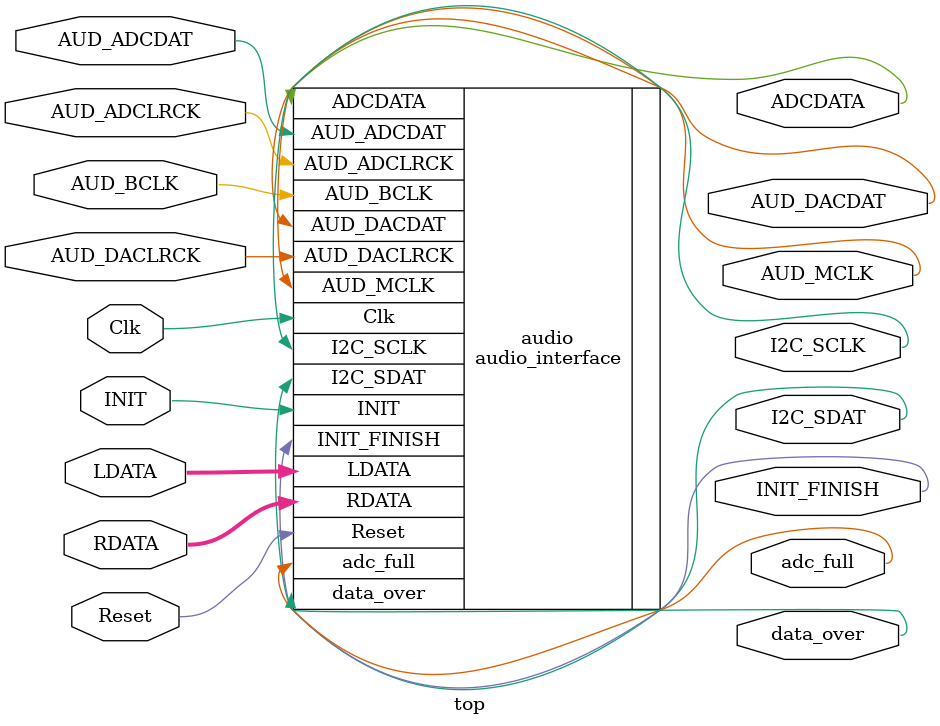
<source format=v>
module top (LDATA, RDATA,Clk,Reset, INIT, INIT_FINISH, adc_full, data_over, AUD_MCLK, AUD_BCLK, AUD_ADCDAT, AUD_DACDAT, AUD_DACLRCK, AUD_ADCLRCK, I2C_SDAT, I2C_SCLK, ADCDATA);
		input [15:0]LDATA, RDATA;
		input Clk, Reset, INIT; 
		output INIT_FINISH;
		output adc_full;
		output data_over;
		output AUD_MCLK;
		input AUD_BCLK;
		input AUD_ADCDAT;
		output AUD_DACDAT;
		input AUD_DACLRCK, AUD_ADCLRCK;
		output I2C_SDAT;
		output I2C_SCLK;
		output ADCDATA;
		audio_interface audio (.Clk(Clk), .Reset(Reset),
													.AUD_BCLK(AUD_BCLK), 			  //Digital audio bit clock
													.AUD_ADCDAT(AUD_ADCDAT),  		  //ADC data line
													.AUD_DACLRCK(AUD_DACLRCK),		  	  //DAC data left/right select
													.AUD_ADCLRCK(AUD_ADCLRCK), 		  //ADC data left/right select
													.INIT(INIT), .LDATA(LDATA), .RDATA(RDATA),
													.AUD_MCLK(AUD_MCLK),			  //Codec master clock OUTPUT
													.AUD_DACDAT(AUD_DACDAT), 		  //DAC data line
													.I2C_SDAT(I2C_SDAT), 			  //Serial interface data line
													.I2C_SCLK(I2C_SCLK),			  //Serial interface clock
													.INIT_FINISH(INIT_FINISH),
													.adc_full(adc_full), 
													.data_over(data_over),
													.ADCDATA(ADCDATA));
		
endmodule


</source>
